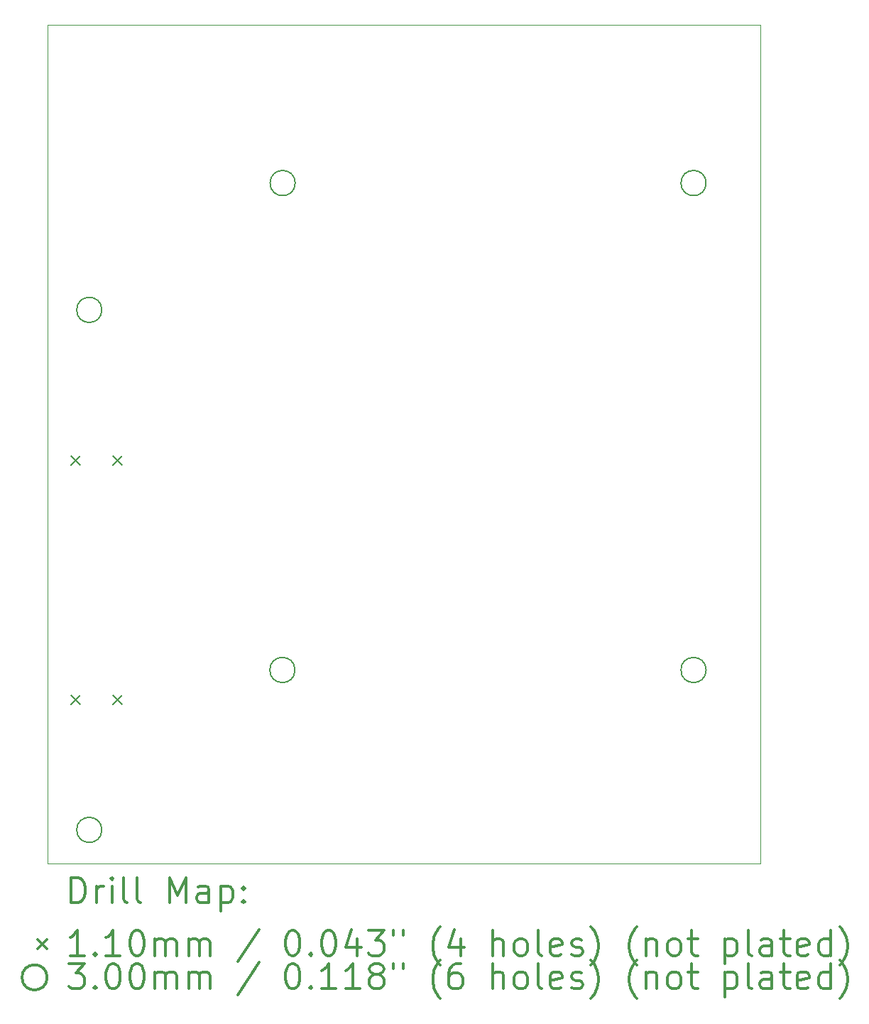
<source format=gbr>
%FSLAX45Y45*%
G04 Gerber Fmt 4.5, Leading zero omitted, Abs format (unit mm)*
G04 Created by KiCad (PCBNEW (5.1.9)-1) date 2021-06-09 22:03:52*
%MOMM*%
%LPD*%
G01*
G04 APERTURE LIST*
%TA.AperFunction,Profile*%
%ADD10C,0.050000*%
%TD*%
%ADD11C,0.200000*%
%ADD12C,0.300000*%
G04 APERTURE END LIST*
D10*
X12159200Y-4235500D02*
X20659200Y-4235500D01*
X12159200Y-14235500D02*
X12159200Y-4235500D01*
X20659200Y-14235500D02*
X12159200Y-14235500D01*
X20659200Y-4235500D02*
X20659200Y-14235500D01*
D11*
X12444200Y-9380500D02*
X12554200Y-9490500D01*
X12554200Y-9380500D02*
X12444200Y-9490500D01*
X12444200Y-12230500D02*
X12554200Y-12340500D01*
X12554200Y-12230500D02*
X12444200Y-12340500D01*
X12944200Y-9380500D02*
X13054200Y-9490500D01*
X13054200Y-9380500D02*
X12944200Y-9490500D01*
X12944200Y-12230500D02*
X13054200Y-12340500D01*
X13054200Y-12230500D02*
X12944200Y-12340500D01*
X12809200Y-7635500D02*
G75*
G03*
X12809200Y-7635500I-150000J0D01*
G01*
X12809200Y-13835500D02*
G75*
G03*
X12809200Y-13835500I-150000J0D01*
G01*
X15112500Y-11928900D02*
G75*
G03*
X15112500Y-11928900I-150000J0D01*
G01*
X15115300Y-6123100D02*
G75*
G03*
X15115300Y-6123100I-150000J0D01*
G01*
X20015300Y-6123100D02*
G75*
G03*
X20015300Y-6123100I-150000J0D01*
G01*
X20015300Y-11928900D02*
G75*
G03*
X20015300Y-11928900I-150000J0D01*
G01*
D12*
X12443128Y-14703714D02*
X12443128Y-14403714D01*
X12514557Y-14403714D01*
X12557414Y-14418000D01*
X12585986Y-14446571D01*
X12600271Y-14475143D01*
X12614557Y-14532286D01*
X12614557Y-14575143D01*
X12600271Y-14632286D01*
X12585986Y-14660857D01*
X12557414Y-14689429D01*
X12514557Y-14703714D01*
X12443128Y-14703714D01*
X12743128Y-14703714D02*
X12743128Y-14503714D01*
X12743128Y-14560857D02*
X12757414Y-14532286D01*
X12771700Y-14518000D01*
X12800271Y-14503714D01*
X12828843Y-14503714D01*
X12928843Y-14703714D02*
X12928843Y-14503714D01*
X12928843Y-14403714D02*
X12914557Y-14418000D01*
X12928843Y-14432286D01*
X12943128Y-14418000D01*
X12928843Y-14403714D01*
X12928843Y-14432286D01*
X13114557Y-14703714D02*
X13085986Y-14689429D01*
X13071700Y-14660857D01*
X13071700Y-14403714D01*
X13271700Y-14703714D02*
X13243128Y-14689429D01*
X13228843Y-14660857D01*
X13228843Y-14403714D01*
X13614557Y-14703714D02*
X13614557Y-14403714D01*
X13714557Y-14618000D01*
X13814557Y-14403714D01*
X13814557Y-14703714D01*
X14085986Y-14703714D02*
X14085986Y-14546571D01*
X14071700Y-14518000D01*
X14043128Y-14503714D01*
X13985986Y-14503714D01*
X13957414Y-14518000D01*
X14085986Y-14689429D02*
X14057414Y-14703714D01*
X13985986Y-14703714D01*
X13957414Y-14689429D01*
X13943128Y-14660857D01*
X13943128Y-14632286D01*
X13957414Y-14603714D01*
X13985986Y-14589429D01*
X14057414Y-14589429D01*
X14085986Y-14575143D01*
X14228843Y-14503714D02*
X14228843Y-14803714D01*
X14228843Y-14518000D02*
X14257414Y-14503714D01*
X14314557Y-14503714D01*
X14343128Y-14518000D01*
X14357414Y-14532286D01*
X14371700Y-14560857D01*
X14371700Y-14646571D01*
X14357414Y-14675143D01*
X14343128Y-14689429D01*
X14314557Y-14703714D01*
X14257414Y-14703714D01*
X14228843Y-14689429D01*
X14500271Y-14675143D02*
X14514557Y-14689429D01*
X14500271Y-14703714D01*
X14485986Y-14689429D01*
X14500271Y-14675143D01*
X14500271Y-14703714D01*
X14500271Y-14518000D02*
X14514557Y-14532286D01*
X14500271Y-14546571D01*
X14485986Y-14532286D01*
X14500271Y-14518000D01*
X14500271Y-14546571D01*
X12046700Y-15143000D02*
X12156700Y-15253000D01*
X12156700Y-15143000D02*
X12046700Y-15253000D01*
X12600271Y-15333714D02*
X12428843Y-15333714D01*
X12514557Y-15333714D02*
X12514557Y-15033714D01*
X12485986Y-15076571D01*
X12457414Y-15105143D01*
X12428843Y-15119429D01*
X12728843Y-15305143D02*
X12743128Y-15319429D01*
X12728843Y-15333714D01*
X12714557Y-15319429D01*
X12728843Y-15305143D01*
X12728843Y-15333714D01*
X13028843Y-15333714D02*
X12857414Y-15333714D01*
X12943128Y-15333714D02*
X12943128Y-15033714D01*
X12914557Y-15076571D01*
X12885986Y-15105143D01*
X12857414Y-15119429D01*
X13214557Y-15033714D02*
X13243128Y-15033714D01*
X13271700Y-15048000D01*
X13285986Y-15062286D01*
X13300271Y-15090857D01*
X13314557Y-15148000D01*
X13314557Y-15219429D01*
X13300271Y-15276571D01*
X13285986Y-15305143D01*
X13271700Y-15319429D01*
X13243128Y-15333714D01*
X13214557Y-15333714D01*
X13185986Y-15319429D01*
X13171700Y-15305143D01*
X13157414Y-15276571D01*
X13143128Y-15219429D01*
X13143128Y-15148000D01*
X13157414Y-15090857D01*
X13171700Y-15062286D01*
X13185986Y-15048000D01*
X13214557Y-15033714D01*
X13443128Y-15333714D02*
X13443128Y-15133714D01*
X13443128Y-15162286D02*
X13457414Y-15148000D01*
X13485986Y-15133714D01*
X13528843Y-15133714D01*
X13557414Y-15148000D01*
X13571700Y-15176571D01*
X13571700Y-15333714D01*
X13571700Y-15176571D02*
X13585986Y-15148000D01*
X13614557Y-15133714D01*
X13657414Y-15133714D01*
X13685986Y-15148000D01*
X13700271Y-15176571D01*
X13700271Y-15333714D01*
X13843128Y-15333714D02*
X13843128Y-15133714D01*
X13843128Y-15162286D02*
X13857414Y-15148000D01*
X13885986Y-15133714D01*
X13928843Y-15133714D01*
X13957414Y-15148000D01*
X13971700Y-15176571D01*
X13971700Y-15333714D01*
X13971700Y-15176571D02*
X13985986Y-15148000D01*
X14014557Y-15133714D01*
X14057414Y-15133714D01*
X14085986Y-15148000D01*
X14100271Y-15176571D01*
X14100271Y-15333714D01*
X14685986Y-15019429D02*
X14428843Y-15405143D01*
X15071700Y-15033714D02*
X15100271Y-15033714D01*
X15128843Y-15048000D01*
X15143128Y-15062286D01*
X15157414Y-15090857D01*
X15171700Y-15148000D01*
X15171700Y-15219429D01*
X15157414Y-15276571D01*
X15143128Y-15305143D01*
X15128843Y-15319429D01*
X15100271Y-15333714D01*
X15071700Y-15333714D01*
X15043128Y-15319429D01*
X15028843Y-15305143D01*
X15014557Y-15276571D01*
X15000271Y-15219429D01*
X15000271Y-15148000D01*
X15014557Y-15090857D01*
X15028843Y-15062286D01*
X15043128Y-15048000D01*
X15071700Y-15033714D01*
X15300271Y-15305143D02*
X15314557Y-15319429D01*
X15300271Y-15333714D01*
X15285986Y-15319429D01*
X15300271Y-15305143D01*
X15300271Y-15333714D01*
X15500271Y-15033714D02*
X15528843Y-15033714D01*
X15557414Y-15048000D01*
X15571700Y-15062286D01*
X15585986Y-15090857D01*
X15600271Y-15148000D01*
X15600271Y-15219429D01*
X15585986Y-15276571D01*
X15571700Y-15305143D01*
X15557414Y-15319429D01*
X15528843Y-15333714D01*
X15500271Y-15333714D01*
X15471700Y-15319429D01*
X15457414Y-15305143D01*
X15443128Y-15276571D01*
X15428843Y-15219429D01*
X15428843Y-15148000D01*
X15443128Y-15090857D01*
X15457414Y-15062286D01*
X15471700Y-15048000D01*
X15500271Y-15033714D01*
X15857414Y-15133714D02*
X15857414Y-15333714D01*
X15785986Y-15019429D02*
X15714557Y-15233714D01*
X15900271Y-15233714D01*
X15985986Y-15033714D02*
X16171700Y-15033714D01*
X16071700Y-15148000D01*
X16114557Y-15148000D01*
X16143128Y-15162286D01*
X16157414Y-15176571D01*
X16171700Y-15205143D01*
X16171700Y-15276571D01*
X16157414Y-15305143D01*
X16143128Y-15319429D01*
X16114557Y-15333714D01*
X16028843Y-15333714D01*
X16000271Y-15319429D01*
X15985986Y-15305143D01*
X16285986Y-15033714D02*
X16285986Y-15090857D01*
X16400271Y-15033714D02*
X16400271Y-15090857D01*
X16843128Y-15448000D02*
X16828843Y-15433714D01*
X16800271Y-15390857D01*
X16785986Y-15362286D01*
X16771700Y-15319429D01*
X16757414Y-15248000D01*
X16757414Y-15190857D01*
X16771700Y-15119429D01*
X16785986Y-15076571D01*
X16800271Y-15048000D01*
X16828843Y-15005143D01*
X16843128Y-14990857D01*
X17085986Y-15133714D02*
X17085986Y-15333714D01*
X17014557Y-15019429D02*
X16943128Y-15233714D01*
X17128843Y-15233714D01*
X17471700Y-15333714D02*
X17471700Y-15033714D01*
X17600271Y-15333714D02*
X17600271Y-15176571D01*
X17585986Y-15148000D01*
X17557414Y-15133714D01*
X17514557Y-15133714D01*
X17485986Y-15148000D01*
X17471700Y-15162286D01*
X17785986Y-15333714D02*
X17757414Y-15319429D01*
X17743128Y-15305143D01*
X17728843Y-15276571D01*
X17728843Y-15190857D01*
X17743128Y-15162286D01*
X17757414Y-15148000D01*
X17785986Y-15133714D01*
X17828843Y-15133714D01*
X17857414Y-15148000D01*
X17871700Y-15162286D01*
X17885986Y-15190857D01*
X17885986Y-15276571D01*
X17871700Y-15305143D01*
X17857414Y-15319429D01*
X17828843Y-15333714D01*
X17785986Y-15333714D01*
X18057414Y-15333714D02*
X18028843Y-15319429D01*
X18014557Y-15290857D01*
X18014557Y-15033714D01*
X18285986Y-15319429D02*
X18257414Y-15333714D01*
X18200271Y-15333714D01*
X18171700Y-15319429D01*
X18157414Y-15290857D01*
X18157414Y-15176571D01*
X18171700Y-15148000D01*
X18200271Y-15133714D01*
X18257414Y-15133714D01*
X18285986Y-15148000D01*
X18300271Y-15176571D01*
X18300271Y-15205143D01*
X18157414Y-15233714D01*
X18414557Y-15319429D02*
X18443128Y-15333714D01*
X18500271Y-15333714D01*
X18528843Y-15319429D01*
X18543128Y-15290857D01*
X18543128Y-15276571D01*
X18528843Y-15248000D01*
X18500271Y-15233714D01*
X18457414Y-15233714D01*
X18428843Y-15219429D01*
X18414557Y-15190857D01*
X18414557Y-15176571D01*
X18428843Y-15148000D01*
X18457414Y-15133714D01*
X18500271Y-15133714D01*
X18528843Y-15148000D01*
X18643128Y-15448000D02*
X18657414Y-15433714D01*
X18685986Y-15390857D01*
X18700271Y-15362286D01*
X18714557Y-15319429D01*
X18728843Y-15248000D01*
X18728843Y-15190857D01*
X18714557Y-15119429D01*
X18700271Y-15076571D01*
X18685986Y-15048000D01*
X18657414Y-15005143D01*
X18643128Y-14990857D01*
X19185986Y-15448000D02*
X19171700Y-15433714D01*
X19143128Y-15390857D01*
X19128843Y-15362286D01*
X19114557Y-15319429D01*
X19100271Y-15248000D01*
X19100271Y-15190857D01*
X19114557Y-15119429D01*
X19128843Y-15076571D01*
X19143128Y-15048000D01*
X19171700Y-15005143D01*
X19185986Y-14990857D01*
X19300271Y-15133714D02*
X19300271Y-15333714D01*
X19300271Y-15162286D02*
X19314557Y-15148000D01*
X19343128Y-15133714D01*
X19385986Y-15133714D01*
X19414557Y-15148000D01*
X19428843Y-15176571D01*
X19428843Y-15333714D01*
X19614557Y-15333714D02*
X19585986Y-15319429D01*
X19571700Y-15305143D01*
X19557414Y-15276571D01*
X19557414Y-15190857D01*
X19571700Y-15162286D01*
X19585986Y-15148000D01*
X19614557Y-15133714D01*
X19657414Y-15133714D01*
X19685986Y-15148000D01*
X19700271Y-15162286D01*
X19714557Y-15190857D01*
X19714557Y-15276571D01*
X19700271Y-15305143D01*
X19685986Y-15319429D01*
X19657414Y-15333714D01*
X19614557Y-15333714D01*
X19800271Y-15133714D02*
X19914557Y-15133714D01*
X19843128Y-15033714D02*
X19843128Y-15290857D01*
X19857414Y-15319429D01*
X19885986Y-15333714D01*
X19914557Y-15333714D01*
X20243128Y-15133714D02*
X20243128Y-15433714D01*
X20243128Y-15148000D02*
X20271700Y-15133714D01*
X20328843Y-15133714D01*
X20357414Y-15148000D01*
X20371700Y-15162286D01*
X20385986Y-15190857D01*
X20385986Y-15276571D01*
X20371700Y-15305143D01*
X20357414Y-15319429D01*
X20328843Y-15333714D01*
X20271700Y-15333714D01*
X20243128Y-15319429D01*
X20557414Y-15333714D02*
X20528843Y-15319429D01*
X20514557Y-15290857D01*
X20514557Y-15033714D01*
X20800271Y-15333714D02*
X20800271Y-15176571D01*
X20785986Y-15148000D01*
X20757414Y-15133714D01*
X20700271Y-15133714D01*
X20671700Y-15148000D01*
X20800271Y-15319429D02*
X20771700Y-15333714D01*
X20700271Y-15333714D01*
X20671700Y-15319429D01*
X20657414Y-15290857D01*
X20657414Y-15262286D01*
X20671700Y-15233714D01*
X20700271Y-15219429D01*
X20771700Y-15219429D01*
X20800271Y-15205143D01*
X20900271Y-15133714D02*
X21014557Y-15133714D01*
X20943128Y-15033714D02*
X20943128Y-15290857D01*
X20957414Y-15319429D01*
X20985986Y-15333714D01*
X21014557Y-15333714D01*
X21228843Y-15319429D02*
X21200271Y-15333714D01*
X21143128Y-15333714D01*
X21114557Y-15319429D01*
X21100271Y-15290857D01*
X21100271Y-15176571D01*
X21114557Y-15148000D01*
X21143128Y-15133714D01*
X21200271Y-15133714D01*
X21228843Y-15148000D01*
X21243128Y-15176571D01*
X21243128Y-15205143D01*
X21100271Y-15233714D01*
X21500271Y-15333714D02*
X21500271Y-15033714D01*
X21500271Y-15319429D02*
X21471700Y-15333714D01*
X21414557Y-15333714D01*
X21385986Y-15319429D01*
X21371700Y-15305143D01*
X21357414Y-15276571D01*
X21357414Y-15190857D01*
X21371700Y-15162286D01*
X21385986Y-15148000D01*
X21414557Y-15133714D01*
X21471700Y-15133714D01*
X21500271Y-15148000D01*
X21614557Y-15448000D02*
X21628843Y-15433714D01*
X21657414Y-15390857D01*
X21671700Y-15362286D01*
X21685986Y-15319429D01*
X21700271Y-15248000D01*
X21700271Y-15190857D01*
X21685986Y-15119429D01*
X21671700Y-15076571D01*
X21657414Y-15048000D01*
X21628843Y-15005143D01*
X21614557Y-14990857D01*
X12156700Y-15594000D02*
G75*
G03*
X12156700Y-15594000I-150000J0D01*
G01*
X12414557Y-15429714D02*
X12600271Y-15429714D01*
X12500271Y-15544000D01*
X12543128Y-15544000D01*
X12571700Y-15558286D01*
X12585986Y-15572571D01*
X12600271Y-15601143D01*
X12600271Y-15672571D01*
X12585986Y-15701143D01*
X12571700Y-15715429D01*
X12543128Y-15729714D01*
X12457414Y-15729714D01*
X12428843Y-15715429D01*
X12414557Y-15701143D01*
X12728843Y-15701143D02*
X12743128Y-15715429D01*
X12728843Y-15729714D01*
X12714557Y-15715429D01*
X12728843Y-15701143D01*
X12728843Y-15729714D01*
X12928843Y-15429714D02*
X12957414Y-15429714D01*
X12985986Y-15444000D01*
X13000271Y-15458286D01*
X13014557Y-15486857D01*
X13028843Y-15544000D01*
X13028843Y-15615429D01*
X13014557Y-15672571D01*
X13000271Y-15701143D01*
X12985986Y-15715429D01*
X12957414Y-15729714D01*
X12928843Y-15729714D01*
X12900271Y-15715429D01*
X12885986Y-15701143D01*
X12871700Y-15672571D01*
X12857414Y-15615429D01*
X12857414Y-15544000D01*
X12871700Y-15486857D01*
X12885986Y-15458286D01*
X12900271Y-15444000D01*
X12928843Y-15429714D01*
X13214557Y-15429714D02*
X13243128Y-15429714D01*
X13271700Y-15444000D01*
X13285986Y-15458286D01*
X13300271Y-15486857D01*
X13314557Y-15544000D01*
X13314557Y-15615429D01*
X13300271Y-15672571D01*
X13285986Y-15701143D01*
X13271700Y-15715429D01*
X13243128Y-15729714D01*
X13214557Y-15729714D01*
X13185986Y-15715429D01*
X13171700Y-15701143D01*
X13157414Y-15672571D01*
X13143128Y-15615429D01*
X13143128Y-15544000D01*
X13157414Y-15486857D01*
X13171700Y-15458286D01*
X13185986Y-15444000D01*
X13214557Y-15429714D01*
X13443128Y-15729714D02*
X13443128Y-15529714D01*
X13443128Y-15558286D02*
X13457414Y-15544000D01*
X13485986Y-15529714D01*
X13528843Y-15529714D01*
X13557414Y-15544000D01*
X13571700Y-15572571D01*
X13571700Y-15729714D01*
X13571700Y-15572571D02*
X13585986Y-15544000D01*
X13614557Y-15529714D01*
X13657414Y-15529714D01*
X13685986Y-15544000D01*
X13700271Y-15572571D01*
X13700271Y-15729714D01*
X13843128Y-15729714D02*
X13843128Y-15529714D01*
X13843128Y-15558286D02*
X13857414Y-15544000D01*
X13885986Y-15529714D01*
X13928843Y-15529714D01*
X13957414Y-15544000D01*
X13971700Y-15572571D01*
X13971700Y-15729714D01*
X13971700Y-15572571D02*
X13985986Y-15544000D01*
X14014557Y-15529714D01*
X14057414Y-15529714D01*
X14085986Y-15544000D01*
X14100271Y-15572571D01*
X14100271Y-15729714D01*
X14685986Y-15415429D02*
X14428843Y-15801143D01*
X15071700Y-15429714D02*
X15100271Y-15429714D01*
X15128843Y-15444000D01*
X15143128Y-15458286D01*
X15157414Y-15486857D01*
X15171700Y-15544000D01*
X15171700Y-15615429D01*
X15157414Y-15672571D01*
X15143128Y-15701143D01*
X15128843Y-15715429D01*
X15100271Y-15729714D01*
X15071700Y-15729714D01*
X15043128Y-15715429D01*
X15028843Y-15701143D01*
X15014557Y-15672571D01*
X15000271Y-15615429D01*
X15000271Y-15544000D01*
X15014557Y-15486857D01*
X15028843Y-15458286D01*
X15043128Y-15444000D01*
X15071700Y-15429714D01*
X15300271Y-15701143D02*
X15314557Y-15715429D01*
X15300271Y-15729714D01*
X15285986Y-15715429D01*
X15300271Y-15701143D01*
X15300271Y-15729714D01*
X15600271Y-15729714D02*
X15428843Y-15729714D01*
X15514557Y-15729714D02*
X15514557Y-15429714D01*
X15485986Y-15472571D01*
X15457414Y-15501143D01*
X15428843Y-15515429D01*
X15885986Y-15729714D02*
X15714557Y-15729714D01*
X15800271Y-15729714D02*
X15800271Y-15429714D01*
X15771700Y-15472571D01*
X15743128Y-15501143D01*
X15714557Y-15515429D01*
X16057414Y-15558286D02*
X16028843Y-15544000D01*
X16014557Y-15529714D01*
X16000271Y-15501143D01*
X16000271Y-15486857D01*
X16014557Y-15458286D01*
X16028843Y-15444000D01*
X16057414Y-15429714D01*
X16114557Y-15429714D01*
X16143128Y-15444000D01*
X16157414Y-15458286D01*
X16171700Y-15486857D01*
X16171700Y-15501143D01*
X16157414Y-15529714D01*
X16143128Y-15544000D01*
X16114557Y-15558286D01*
X16057414Y-15558286D01*
X16028843Y-15572571D01*
X16014557Y-15586857D01*
X16000271Y-15615429D01*
X16000271Y-15672571D01*
X16014557Y-15701143D01*
X16028843Y-15715429D01*
X16057414Y-15729714D01*
X16114557Y-15729714D01*
X16143128Y-15715429D01*
X16157414Y-15701143D01*
X16171700Y-15672571D01*
X16171700Y-15615429D01*
X16157414Y-15586857D01*
X16143128Y-15572571D01*
X16114557Y-15558286D01*
X16285986Y-15429714D02*
X16285986Y-15486857D01*
X16400271Y-15429714D02*
X16400271Y-15486857D01*
X16843128Y-15844000D02*
X16828843Y-15829714D01*
X16800271Y-15786857D01*
X16785986Y-15758286D01*
X16771700Y-15715429D01*
X16757414Y-15644000D01*
X16757414Y-15586857D01*
X16771700Y-15515429D01*
X16785986Y-15472571D01*
X16800271Y-15444000D01*
X16828843Y-15401143D01*
X16843128Y-15386857D01*
X17085986Y-15429714D02*
X17028843Y-15429714D01*
X17000271Y-15444000D01*
X16985986Y-15458286D01*
X16957414Y-15501143D01*
X16943128Y-15558286D01*
X16943128Y-15672571D01*
X16957414Y-15701143D01*
X16971700Y-15715429D01*
X17000271Y-15729714D01*
X17057414Y-15729714D01*
X17085986Y-15715429D01*
X17100271Y-15701143D01*
X17114557Y-15672571D01*
X17114557Y-15601143D01*
X17100271Y-15572571D01*
X17085986Y-15558286D01*
X17057414Y-15544000D01*
X17000271Y-15544000D01*
X16971700Y-15558286D01*
X16957414Y-15572571D01*
X16943128Y-15601143D01*
X17471700Y-15729714D02*
X17471700Y-15429714D01*
X17600271Y-15729714D02*
X17600271Y-15572571D01*
X17585986Y-15544000D01*
X17557414Y-15529714D01*
X17514557Y-15529714D01*
X17485986Y-15544000D01*
X17471700Y-15558286D01*
X17785986Y-15729714D02*
X17757414Y-15715429D01*
X17743128Y-15701143D01*
X17728843Y-15672571D01*
X17728843Y-15586857D01*
X17743128Y-15558286D01*
X17757414Y-15544000D01*
X17785986Y-15529714D01*
X17828843Y-15529714D01*
X17857414Y-15544000D01*
X17871700Y-15558286D01*
X17885986Y-15586857D01*
X17885986Y-15672571D01*
X17871700Y-15701143D01*
X17857414Y-15715429D01*
X17828843Y-15729714D01*
X17785986Y-15729714D01*
X18057414Y-15729714D02*
X18028843Y-15715429D01*
X18014557Y-15686857D01*
X18014557Y-15429714D01*
X18285986Y-15715429D02*
X18257414Y-15729714D01*
X18200271Y-15729714D01*
X18171700Y-15715429D01*
X18157414Y-15686857D01*
X18157414Y-15572571D01*
X18171700Y-15544000D01*
X18200271Y-15529714D01*
X18257414Y-15529714D01*
X18285986Y-15544000D01*
X18300271Y-15572571D01*
X18300271Y-15601143D01*
X18157414Y-15629714D01*
X18414557Y-15715429D02*
X18443128Y-15729714D01*
X18500271Y-15729714D01*
X18528843Y-15715429D01*
X18543128Y-15686857D01*
X18543128Y-15672571D01*
X18528843Y-15644000D01*
X18500271Y-15629714D01*
X18457414Y-15629714D01*
X18428843Y-15615429D01*
X18414557Y-15586857D01*
X18414557Y-15572571D01*
X18428843Y-15544000D01*
X18457414Y-15529714D01*
X18500271Y-15529714D01*
X18528843Y-15544000D01*
X18643128Y-15844000D02*
X18657414Y-15829714D01*
X18685986Y-15786857D01*
X18700271Y-15758286D01*
X18714557Y-15715429D01*
X18728843Y-15644000D01*
X18728843Y-15586857D01*
X18714557Y-15515429D01*
X18700271Y-15472571D01*
X18685986Y-15444000D01*
X18657414Y-15401143D01*
X18643128Y-15386857D01*
X19185986Y-15844000D02*
X19171700Y-15829714D01*
X19143128Y-15786857D01*
X19128843Y-15758286D01*
X19114557Y-15715429D01*
X19100271Y-15644000D01*
X19100271Y-15586857D01*
X19114557Y-15515429D01*
X19128843Y-15472571D01*
X19143128Y-15444000D01*
X19171700Y-15401143D01*
X19185986Y-15386857D01*
X19300271Y-15529714D02*
X19300271Y-15729714D01*
X19300271Y-15558286D02*
X19314557Y-15544000D01*
X19343128Y-15529714D01*
X19385986Y-15529714D01*
X19414557Y-15544000D01*
X19428843Y-15572571D01*
X19428843Y-15729714D01*
X19614557Y-15729714D02*
X19585986Y-15715429D01*
X19571700Y-15701143D01*
X19557414Y-15672571D01*
X19557414Y-15586857D01*
X19571700Y-15558286D01*
X19585986Y-15544000D01*
X19614557Y-15529714D01*
X19657414Y-15529714D01*
X19685986Y-15544000D01*
X19700271Y-15558286D01*
X19714557Y-15586857D01*
X19714557Y-15672571D01*
X19700271Y-15701143D01*
X19685986Y-15715429D01*
X19657414Y-15729714D01*
X19614557Y-15729714D01*
X19800271Y-15529714D02*
X19914557Y-15529714D01*
X19843128Y-15429714D02*
X19843128Y-15686857D01*
X19857414Y-15715429D01*
X19885986Y-15729714D01*
X19914557Y-15729714D01*
X20243128Y-15529714D02*
X20243128Y-15829714D01*
X20243128Y-15544000D02*
X20271700Y-15529714D01*
X20328843Y-15529714D01*
X20357414Y-15544000D01*
X20371700Y-15558286D01*
X20385986Y-15586857D01*
X20385986Y-15672571D01*
X20371700Y-15701143D01*
X20357414Y-15715429D01*
X20328843Y-15729714D01*
X20271700Y-15729714D01*
X20243128Y-15715429D01*
X20557414Y-15729714D02*
X20528843Y-15715429D01*
X20514557Y-15686857D01*
X20514557Y-15429714D01*
X20800271Y-15729714D02*
X20800271Y-15572571D01*
X20785986Y-15544000D01*
X20757414Y-15529714D01*
X20700271Y-15529714D01*
X20671700Y-15544000D01*
X20800271Y-15715429D02*
X20771700Y-15729714D01*
X20700271Y-15729714D01*
X20671700Y-15715429D01*
X20657414Y-15686857D01*
X20657414Y-15658286D01*
X20671700Y-15629714D01*
X20700271Y-15615429D01*
X20771700Y-15615429D01*
X20800271Y-15601143D01*
X20900271Y-15529714D02*
X21014557Y-15529714D01*
X20943128Y-15429714D02*
X20943128Y-15686857D01*
X20957414Y-15715429D01*
X20985986Y-15729714D01*
X21014557Y-15729714D01*
X21228843Y-15715429D02*
X21200271Y-15729714D01*
X21143128Y-15729714D01*
X21114557Y-15715429D01*
X21100271Y-15686857D01*
X21100271Y-15572571D01*
X21114557Y-15544000D01*
X21143128Y-15529714D01*
X21200271Y-15529714D01*
X21228843Y-15544000D01*
X21243128Y-15572571D01*
X21243128Y-15601143D01*
X21100271Y-15629714D01*
X21500271Y-15729714D02*
X21500271Y-15429714D01*
X21500271Y-15715429D02*
X21471700Y-15729714D01*
X21414557Y-15729714D01*
X21385986Y-15715429D01*
X21371700Y-15701143D01*
X21357414Y-15672571D01*
X21357414Y-15586857D01*
X21371700Y-15558286D01*
X21385986Y-15544000D01*
X21414557Y-15529714D01*
X21471700Y-15529714D01*
X21500271Y-15544000D01*
X21614557Y-15844000D02*
X21628843Y-15829714D01*
X21657414Y-15786857D01*
X21671700Y-15758286D01*
X21685986Y-15715429D01*
X21700271Y-15644000D01*
X21700271Y-15586857D01*
X21685986Y-15515429D01*
X21671700Y-15472571D01*
X21657414Y-15444000D01*
X21628843Y-15401143D01*
X21614557Y-15386857D01*
M02*

</source>
